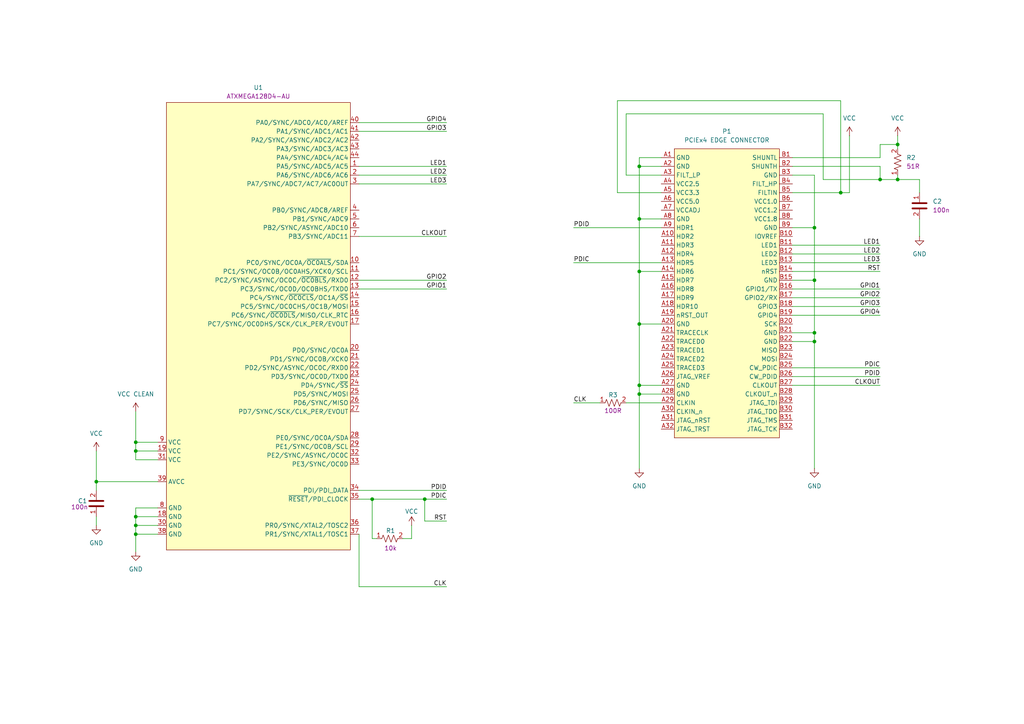
<source format=kicad_sch>
(kicad_sch (version 20231120) (generator "eeschema") (generator_version "8.0")
  (paper "A4")
  (lib_symbols
    (symbol "0603_Yageo_Res:RES_100R_0603"
      (property "Reference" "R" (at -20.32 5.08 0))
      (property "Display Value" "100R" (at 15.24 5.08 0))
      (symbol "RES_100R_0603_0_1"
        (polyline (pts (xy -2.286 0) (xy -2.54 0)))
        (polyline (pts (xy 2.286 0) (xy 2.54 0)))
        (polyline (pts (xy -2.286 0) (xy -1.905 1.016) (xy -1.524 0) (xy -1.143 -1.016) (xy -0.762 0)))
        (polyline (pts (xy -0.762 0) (xy -0.381 1.016) (xy 0 0) (xy 0.381 -1.016) (xy 0.762 0)))
        (polyline (pts (xy 0.762 0) (xy 1.143 1.016) (xy 1.524 0) (xy 1.905 -1.016) (xy 2.286 0)))
      )
      (symbol "RES_100R_0603_1_1"
        (pin passive line (at -3.81 0 0) (length 1.27) (name "~") (number "1"))
        (pin passive line (at 3.81 0 180) (length 1.27) (name "~") (number "2"))
      )
    )
    (symbol "0603_Yageo_Res:RES_10k_0603"
      (property "Reference" "R" (at -20.32 5.08 0))
      (property "Display Value" "10k" (at 15.24 5.08 0))
      (symbol "RES_10k_0603_0_1"
        (polyline (pts (xy -2.286 0) (xy -2.54 0)))
        (polyline (pts (xy 2.286 0) (xy 2.54 0)))
        (polyline (pts (xy -2.286 0) (xy -1.905 1.016) (xy -1.524 0) (xy -1.143 -1.016) (xy -0.762 0)))
        (polyline (pts (xy -0.762 0) (xy -0.381 1.016) (xy 0 0) (xy 0.381 -1.016) (xy 0.762 0)))
        (polyline (pts (xy 0.762 0) (xy 1.143 1.016) (xy 1.524 0) (xy 1.905 -1.016) (xy 2.286 0)))
      )
      (symbol "RES_10k_0603_1_1"
        (pin passive line (at -3.81 0 0) (length 1.27) (name "~") (number "1"))
        (pin passive line (at 3.81 0 180) (length 1.27) (name "~") (number "2"))
      )
    )
    (symbol "0603_Yageo_Res:RES_51R_0603"
      (property "Reference" "R" (at -20.32 5.08 0))
      (property "Display Value" "51R" (at 15.24 5.08 0))
      (symbol "RES_51R_0603_0_1"
        (polyline (pts (xy -2.286 0) (xy -2.54 0)))
        (polyline (pts (xy 2.286 0) (xy 2.54 0)))
        (polyline (pts (xy -2.286 0) (xy -1.905 1.016) (xy -1.524 0) (xy -1.143 -1.016) (xy -0.762 0)))
        (polyline (pts (xy -0.762 0) (xy -0.381 1.016) (xy 0 0) (xy 0.381 -1.016) (xy 0.762 0)))
        (polyline (pts (xy 0.762 0) (xy 1.143 1.016) (xy 1.524 0) (xy 1.905 -1.016) (xy 2.286 0)))
      )
      (symbol "RES_51R_0603_1_1"
        (pin passive line (at -3.81 0 0) (length 1.27) (name "~") (number "1"))
        (pin passive line (at 3.81 0 180) (length 1.27) (name "~") (number "2"))
      )
    )
    (symbol "nae_caps:CAP_100n_6.3V_0603"
      (property "Reference" "C" (at -20.32 5.08 0))
      (property "Display Value" "100n" (at 15.24 5.08 0))
      (symbol "CAP_100n_6.3V_0603_0_1"
        (polyline (pts (xy -0.762 -2.032) (xy -0.762 2.032)) (stroke (width 0.508)))
        (polyline (pts (xy 0.762 -2.032) (xy 0.762 2.032)) (stroke (width 0.508)))
      )
      (symbol "CAP_100n_6.3V_0603_1_1"
        (pin passive line (at -3.81 0 0) (length 2.794) (name "~") (number "1"))
        (pin passive line (at 3.81 0 180) (length 2.794) (name "~") (number "2"))
      )
    )
    (symbol "power:GND" (power) (pin_numbers hide) (pin_names (offset 0) hide)
      (property "Value" "GND" (at 0 -3.81 0))
      (symbol "GND_0_1"
        (polyline (pts (xy 0 0) (xy 0 -1.27) (xy 1.27 -1.27) (xy 0 -2.54) (xy -1.27 -1.27) (xy 0 -1.27)))
      )
      (symbol "GND_1_1"
        (pin power_in line (at 0 0 270) (length 0) (name "~") (number "1"))
      )
    )
    (symbol "power:VCC" (power) (pin_numbers hide) (pin_names (offset 0) hide)
      (property "Value" "VCC" (at 0 3.556 0))
      (symbol "VCC_0_1"
        (polyline (pts (xy -0.762 1.27) (xy 0 2.54)))
        (polyline (pts (xy 0 0) (xy 0 2.54)))
        (polyline (pts (xy 0 2.54) (xy 0.762 1.27)))
      )
      (symbol "VCC_1_1"
        (pin power_in line (at 0 0 90) (length 0) (name "~") (number "1"))
      )
    )
    (symbol "tutorial_2_library:ATXMEGA128D4-AU"
      (property "Reference" "U" (at -25.908 7.112 0))
      (property "Display Value" "ATXMEGA128D4-AU" (at -17.78 -125.984 0))
      (symbol "ATXMEGA128D4-AU_1_1"
        (rectangle (start -26.67 5.842) (end 26.67 -123.952) (fill (type background)))
        (pin unspecified line (at 29.21 -12.7 180) (length 2.54) (name "PA5/SYNC/ADC5/AC5") (number "1"))
        (pin unspecified line (at 29.21 -40.64 180) (length 2.54) (name "PC0/SYNC/OC0A/~{OC0ALS}/SDA") (number "10"))
        (pin unspecified line (at 29.21 -43.18 180) (length 2.54) (name "PC1/SYNC/OC0B/OC0AHS/XCK0/SCL") (number "11"))
        (pin unspecified line (at 29.21 -45.72 180) (length 2.54) (name "PC2/SYNC/ASYNC/OC0C/~{OC0BLS}/RXD0") (number "12"))
        (pin unspecified line (at 29.21 -48.26 180) (length 2.54) (name "PC3/SYNC/OC0D/OC0BHS/TXD0") (number "13"))
        (pin unspecified line (at 29.21 -50.8 180) (length 2.54) (name "PC4/SYNC/~{OC0CLS}/OC1A/~{SS}") (number "14"))
        (pin unspecified line (at 29.21 -53.34 180) (length 2.54) (name "PC5/SYNC/OC0CHS/OC1B/MOSI") (number "15"))
        (pin unspecified line (at 29.21 -55.88 180) (length 2.54) (name "PC6/SYNC/~{OC0DLS}/MISO/CLK_RTC") (number "16"))
        (pin unspecified line (at 29.21 -58.42 180) (length 2.54) (name "PC7/SYNC/OC0DHS/SCK/CLK_PER/EVOUT") (number "17"))
        (pin unspecified line (at -29.21 -114.3 0) (length 2.54) (name "GND") (number "18"))
        (pin unspecified line (at -29.21 -95.25 0) (length 2.54) (name "VCC") (number "19"))
        (pin unspecified line (at 29.21 -15.24 180) (length 2.54) (name "PA6/SYNC/ADC6/AC6") (number "2"))
        (pin unspecified line (at 29.21 -66.04 180) (length 2.54) (name "PD0/SYNC/OC0A") (number "20"))
        (pin unspecified line (at 29.21 -68.58 180) (length 2.54) (name "PD1/SYNC/OC0B/XCK0") (number "21"))
        (pin unspecified line (at 29.21 -71.12 180) (length 2.54) (name "PD2/SYNC/ASYNC/OC0C/RXD0") (number "22"))
        (pin unspecified line (at 29.21 -73.66 180) (length 2.54) (name "PD3/SYNC/OC0D/TXD0") (number "23"))
        (pin unspecified line (at 29.21 -76.2 180) (length 2.54) (name "PD4/SYNC/~{SS}") (number "24"))
        (pin unspecified line (at 29.21 -78.74 180) (length 2.54) (name "PD5/SYNC/MOSI") (number "25"))
        (pin unspecified line (at 29.21 -81.28 180) (length 2.54) (name "PD6/SYNC/MISO") (number "26"))
        (pin unspecified line (at 29.21 -83.82 180) (length 2.54) (name "PD7/SYNC/SCK/CLK_PER/EVOUT") (number "27"))
        (pin unspecified line (at 29.21 -91.44 180) (length 2.54) (name "PE0/SYNC/OC0A/SDA") (number "28"))
        (pin unspecified line (at 29.21 -93.98 180) (length 2.54) (name "PE1/SYNC/OC0B/SCL") (number "29"))
        (pin unspecified line (at 29.21 -17.78 180) (length 2.54) (name "PA7/SYNC/ADC7/AC7/AC0OUT") (number "3"))
        (pin unspecified line (at -29.21 -116.84 0) (length 2.54) (name "GND") (number "30"))
        (pin unspecified line (at -29.21 -97.79 0) (length 2.54) (name "VCC") (number "31"))
        (pin unspecified line (at 29.21 -96.52 180) (length 2.54) (name "PE2/SYNC/ASYNC/OC0C") (number "32"))
        (pin unspecified line (at 29.21 -99.06 180) (length 2.54) (name "PE3/SYNC/OC0D") (number "33"))
        (pin unspecified line (at 29.21 -106.68 180) (length 2.54) (name "PDI/PDI_DATA") (number "34"))
        (pin unspecified line (at 29.21 -109.22 180) (length 2.54) (name "~{RESET}/PDI_CLOCK") (number "35"))
        (pin unspecified line (at 29.21 -116.84 180) (length 2.54) (name "PR0/SYNC/XTAL2/TOSC2") (number "36"))
        (pin unspecified line (at 29.21 -119.38 180) (length 2.54) (name "PR1/SYNC/XTAL1/TOSC1") (number "37"))
        (pin unspecified line (at -29.21 -119.38 0) (length 2.54) (name "GND") (number "38"))
        (pin unspecified line (at -29.21 -104.14 0) (length 2.54) (name "AVCC") (number "39"))
        (pin unspecified line (at 29.21 -25.4 180) (length 2.54) (name "PB0/SYNC/ADC8/AREF") (number "4"))
        (pin unspecified line (at 29.21 0 180) (length 2.54) (name "PA0/SYNC/ADC0/AC0/AREF") (number "40"))
        (pin unspecified line (at 29.21 -2.54 180) (length 2.54) (name "PA1/SYNC/ADC1/AC1") (number "41"))
        (pin unspecified line (at 29.21 -5.08 180) (length 2.54) (name "PA2/SYNC/ASYNC/ADC2/AC2") (number "42"))
        (pin unspecified line (at 29.21 -7.62 180) (length 2.54) (name "PA3/SYNC/ADC3/AC3") (number "43"))
        (pin unspecified line (at 29.21 -10.16 180) (length 2.54) (name "PA4/SYNC/ADC4/AC4") (number "44"))
        (pin unspecified line (at 29.21 -27.94 180) (length 2.54) (name "PB1/SYNC/ADC9") (number "5"))
        (pin unspecified line (at 29.21 -30.48 180) (length 2.54) (name "PB2/SYNC/ASYNC/ADC10") (number "6"))
        (pin unspecified line (at 29.21 -33.02 180) (length 2.54) (name "PB3/SYNC/ADC11") (number "7"))
        (pin unspecified line (at -29.21 -111.76 0) (length 2.54) (name "GND") (number "8"))
        (pin unspecified line (at -29.21 -92.71 0) (length 2.54) (name "VCC") (number "9"))
      )
    )
    (symbol "tutorial_2_library:CW312T-Template" (in_bom no)
      (property "Reference" "P" (at -15.24 3.81 0))
      (property "Value" "PCIEx4 EDGE CONNECTOR " (at 3.81 3.81 0))
      (symbol "CW312T-Template_1_1"
        (rectangle (start -15.24 2.54) (end 15.24 -81.28) (fill (type background)))
        (pin unspecified line (at -19.05 0 0) (length 3.81) (name "GND") (number "A1"))
        (pin unspecified line (at -19.05 -22.86 0) (length 3.81) (name "HDR2") (number "A10"))
        (pin unspecified line (at -19.05 -25.4 0) (length 3.81) (name "HDR3") (number "A11"))
        (pin unspecified line (at -19.05 -27.94 0) (length 3.81) (name "HDR4") (number "A12"))
        (pin unspecified line (at -19.05 -30.48 0) (length 3.81) (name "HDR5") (number "A13"))
        (pin unspecified line (at -19.05 -33.02 0) (length 3.81) (name "HDR6") (number "A14"))
        (pin unspecified line (at -19.05 -35.56 0) (length 3.81) (name "HDR7") (number "A15"))
        (pin unspecified line (at -19.05 -38.1 0) (length 3.81) (name "HDR8") (number "A16"))
        (pin unspecified line (at -19.05 -40.64 0) (length 3.81) (name "HDR9") (number "A17"))
        (pin unspecified line (at -19.05 -43.18 0) (length 3.81) (name "HDR10") (number "A18"))
        (pin unspecified line (at -19.05 -45.72 0) (length 3.81) (name "nRST_OUT") (number "A19"))
        (pin unspecified line (at -19.05 -2.54 0) (length 3.81) (name "GND") (number "A2"))
        (pin unspecified line (at -19.05 -48.26 0) (length 3.81) (name "GND") (number "A20"))
        (pin unspecified line (at -19.05 -50.8 0) (length 3.81) (name "TRACECLK") (number "A21"))
        (pin unspecified line (at -19.05 -53.34 0) (length 3.81) (name "TRACED0") (number "A22"))
        (pin unspecified line (at -19.05 -55.88 0) (length 3.81) (name "TRACED1") (number "A23"))
        (pin unspecified line (at -19.05 -58.42 0) (length 3.81) (name "TRACED2") (number "A24"))
        (pin unspecified line (at -19.05 -60.96 0) (length 3.81) (name "TRACED3") (number "A25"))
        (pin unspecified line (at -19.05 -63.5 0) (length 3.81) (name "JTAG_VREF") (number "A26"))
        (pin unspecified line (at -19.05 -66.04 0) (length 3.81) (name "GND") (number "A27"))
        (pin unspecified line (at -19.05 -68.58 0) (length 3.81) (name "GND") (number "A28"))
        (pin unspecified line (at -19.05 -71.12 0) (length 3.81) (name "CLKIN") (number "A29"))
        (pin unspecified line (at -19.05 -5.08 0) (length 3.81) (name "FILT_LP") (number "A3"))
        (pin unspecified line (at -19.05 -73.66 0) (length 3.81) (name "CLKIN_n") (number "A30"))
        (pin unspecified line (at -19.05 -76.2 0) (length 3.81) (name "JTAG_nRST") (number "A31"))
        (pin unspecified line (at -19.05 -78.74 0) (length 3.81) (name "JTAG_TRST") (number "A32"))
        (pin unspecified line (at -19.05 -7.62 0) (length 3.81) (name "VCC2.5") (number "A4"))
        (pin unspecified line (at -19.05 -10.16 0) (length 3.81) (name "VCC3.3") (number "A5"))
        (pin unspecified line (at -19.05 -12.7 0) (length 3.81) (name "VCC5.0") (number "A6"))
        (pin unspecified line (at -19.05 -15.24 0) (length 3.81) (name "VCCADJ") (number "A7"))
        (pin unspecified line (at -19.05 -17.78 0) (length 3.81) (name "GND") (number "A8"))
        (pin unspecified line (at -19.05 -20.32 0) (length 3.81) (name "HDR1") (number "A9"))
        (pin unspecified line (at 19.05 0 180) (length 3.81) (name "SHUNTL") (number "B1"))
        (pin unspecified line (at 19.05 -22.86 180) (length 3.81) (name "IOVREF") (number "B10"))
        (pin unspecified line (at 19.05 -25.4 180) (length 3.81) (name "LED1") (number "B11"))
        (pin unspecified line (at 19.05 -27.94 180) (length 3.81) (name "LED2") (number "B12"))
        (pin unspecified line (at 19.05 -30.48 180) (length 3.81) (name "LED3") (number "B13"))
        (pin unspecified line (at 19.05 -33.02 180) (length 3.81) (name "nRST") (number "B14"))
        (pin unspecified line (at 19.05 -35.56 180) (length 3.81) (name "GND") (number "B15"))
        (pin unspecified line (at 19.05 -38.1 180) (length 3.81) (name "GPIO1/TX") (number "B16"))
        (pin unspecified line (at 19.05 -40.64 180) (length 3.81) (name "GPIO2/RX") (number "B17"))
        (pin unspecified line (at 19.05 -43.18 180) (length 3.81) (name "GPIO3") (number "B18"))
        (pin unspecified line (at 19.05 -45.72 180) (length 3.81) (name "GPIO4") (number "B19"))
        (pin unspecified line (at 19.05 -2.54 180) (length 3.81) (name "SHUNTH") (number "B2"))
        (pin unspecified line (at 19.05 -48.26 180) (length 3.81) (name "SCK") (number "B20"))
        (pin unspecified line (at 19.05 -50.8 180) (length 3.81) (name "GND") (number "B21"))
        (pin unspecified line (at 19.05 -53.34 180) (length 3.81) (name "GND") (number "B22"))
        (pin unspecified line (at 19.05 -55.88 180) (length 3.81) (name "MISO") (number "B23"))
        (pin unspecified line (at 19.05 -58.42 180) (length 3.81) (name "MOSI") (number "B24"))
        (pin unspecified line (at 19.05 -60.96 180) (length 3.81) (name "CW_PDIC") (number "B25"))
        (pin unspecified line (at 19.05 -63.5 180) (length 3.81) (name "CW_PDID") (number "B26"))
        (pin unspecified line (at 19.05 -66.04 180) (length 3.81) (name "CLKOUT") (number "B27"))
        (pin unspecified line (at 19.05 -68.58 180) (length 3.81) (name "CLKOUT_n") (number "B28"))
        (pin unspecified line (at 19.05 -71.12 180) (length 3.81) (name "JTAG_TDI") (number "B29"))
        (pin unspecified line (at 19.05 -5.08 180) (length 3.81) (name "GND") (number "B3"))
        (pin unspecified line (at 19.05 -73.66 180) (length 3.81) (name "JTAG_TDO") (number "B30"))
        (pin unspecified line (at 19.05 -76.2 180) (length 3.81) (name "JTAG_TMS") (number "B31"))
        (pin unspecified line (at 19.05 -78.74 180) (length 3.81) (name "JTAG_TCK") (number "B32"))
        (pin unspecified line (at 19.05 -7.62 180) (length 3.81) (name "FILT_HP") (number "B4"))
        (pin unspecified line (at 19.05 -10.16 180) (length 3.81) (name "FILTIN") (number "B5"))
        (pin unspecified line (at 19.05 -12.7 180) (length 3.81) (name "VCC1.0") (number "B6"))
        (pin unspecified line (at 19.05 -15.24 180) (length 3.81) (name "VCC1.2") (number "B7"))
        (pin unspecified line (at 19.05 -17.78 180) (length 3.81) (name "VCC1.8") (number "B8"))
        (pin unspecified line (at 19.05 -20.32 180) (length 3.81) (name "GND") (number "B9"))
      )
    )
  )
  (junction (at 39.37 128.27))
  (junction (at 185.42 111.76))
  (junction (at 260.35 52.07))
  (junction (at 236.22 99.06))
  (junction (at 236.22 96.52))
  (junction (at 255.27 52.07))
  (junction (at 185.42 48.26))
  (junction (at 243.84 55.88))
  (junction (at 27.94 139.7))
  (junction (at 123.19 144.78))
  (junction (at 185.42 93.98))
  (junction (at 236.22 81.28))
  (junction (at 107.95 144.78))
  (junction (at 185.42 114.3))
  (junction (at 185.42 78.74))
  (junction (at 185.42 63.5))
  (junction (at 39.37 149.86))
  (junction (at 236.22 66.04))
  (junction (at 39.37 130.81))
  (junction (at 39.37 152.4))
  (junction (at 260.35 41.91))
  (junction (at 39.37 154.94))
  (wire (pts (xy 191.77 93.98) (xy 185.42 93.98)))
  (wire (pts (xy 104.14 81.28) (xy 129.54 81.28)))
  (wire (pts (xy 104.14 38.1) (xy 129.54 38.1)))
  (wire (pts (xy 104.14 50.8) (xy 129.54 50.8)))
  (wire (pts (xy 191.77 111.76) (xy 185.42 111.76)))
  (wire (pts (xy 45.72 149.86) (xy 39.37 149.86)))
  (wire (pts (xy 229.87 76.2) (xy 255.27 76.2)))
  (wire (pts (xy 236.22 50.8) (xy 229.87 50.8)))
  (wire (pts (xy 229.87 55.88) (xy 243.84 55.88)))
  (wire (pts (xy 119.38 152.4) (xy 119.38 156.21)))
  (wire (pts (xy 229.87 45.72) (xy 255.27 45.72)))
  (wire (pts (xy 243.84 55.88) (xy 246.38 55.88)))
  (wire (pts (xy 107.95 144.78) (xy 107.95 156.21)))
  (wire (pts (xy 39.37 152.4) (xy 39.37 154.94)))
  (wire (pts (xy 185.42 45.72) (xy 185.42 48.26)))
  (wire (pts (xy 185.42 78.74) (xy 185.42 93.98)))
  (wire (pts (xy 229.87 78.74) (xy 255.27 78.74)))
  (wire (pts (xy 246.38 39.37) (xy 246.38 55.88)))
  (wire (pts (xy 255.27 41.91) (xy 260.35 41.91)))
  (wire (pts (xy 181.61 50.8) (xy 191.77 50.8)))
  (wire (pts (xy 185.42 48.26) (xy 185.42 63.5)))
  (wire (pts (xy 104.14 68.58) (xy 129.54 68.58)))
  (wire (pts (xy 229.87 73.66) (xy 255.27 73.66)))
  (wire (pts (xy 166.37 66.04) (xy 191.77 66.04)))
  (wire (pts (xy 27.94 149.86) (xy 27.94 152.4)))
  (wire (pts (xy 104.14 170.18) (xy 129.54 170.18)))
  (wire (pts (xy 266.7 63.5) (xy 266.7 68.58)))
  (wire (pts (xy 109.22 156.21) (xy 107.95 156.21)))
  (wire (pts (xy 104.14 83.82) (xy 129.54 83.82)))
  (wire (pts (xy 181.61 50.8) (xy 181.61 33.02)))
  (wire (pts (xy 179.07 29.21) (xy 243.84 29.21)))
  (wire (pts (xy 260.35 52.07) (xy 260.35 50.8)))
  (wire (pts (xy 27.94 139.7) (xy 27.94 142.24)))
  (wire (pts (xy 104.14 142.24) (xy 129.54 142.24)))
  (wire (pts (xy 229.87 111.76) (xy 255.27 111.76)))
  (wire (pts (xy 104.14 170.18) (xy 104.14 154.94)))
  (wire (pts (xy 236.22 99.06) (xy 229.87 99.06)))
  (wire (pts (xy 123.19 144.78) (xy 123.19 151.13)))
  (wire (pts (xy 181.61 116.84) (xy 191.77 116.84)))
  (wire (pts (xy 45.72 154.94) (xy 39.37 154.94)))
  (wire (pts (xy 185.42 78.74) (xy 191.77 78.74)))
  (wire (pts (xy 236.22 66.04) (xy 229.87 66.04)))
  (wire (pts (xy 27.94 130.81) (xy 27.94 139.7)))
  (wire (pts (xy 39.37 149.86) (xy 39.37 152.4)))
  (wire (pts (xy 229.87 106.68) (xy 255.27 106.68)))
  (wire (pts (xy 260.35 41.91) (xy 260.35 43.18)))
  (wire (pts (xy 39.37 130.81) (xy 45.72 130.81)))
  (wire (pts (xy 191.77 48.26) (xy 185.42 48.26)))
  (wire (pts (xy 39.37 119.38) (xy 39.37 128.27)))
  (wire (pts (xy 236.22 81.28) (xy 229.87 81.28)))
  (wire (pts (xy 191.77 114.3) (xy 185.42 114.3)))
  (wire (pts (xy 185.42 114.3) (xy 185.42 135.89)))
  (wire (pts (xy 255.27 48.26) (xy 255.27 52.07)))
  (wire (pts (xy 104.14 53.34) (xy 129.54 53.34)))
  (wire (pts (xy 39.37 128.27) (xy 39.37 130.81)))
  (wire (pts (xy 116.84 156.21) (xy 119.38 156.21)))
  (wire (pts (xy 238.76 52.07) (xy 255.27 52.07)))
  (wire (pts (xy 39.37 130.81) (xy 39.37 133.35)))
  (wire (pts (xy 229.87 88.9) (xy 255.27 88.9)))
  (wire (pts (xy 185.42 63.5) (xy 185.42 78.74)))
  (wire (pts (xy 236.22 81.28) (xy 236.22 96.52)))
  (wire (pts (xy 255.27 52.07) (xy 260.35 52.07)))
  (wire (pts (xy 260.35 39.37) (xy 260.35 41.91)))
  (wire (pts (xy 260.35 52.07) (xy 266.7 52.07)))
  (wire (pts (xy 191.77 63.5) (xy 185.42 63.5)))
  (wire (pts (xy 229.87 86.36) (xy 255.27 86.36)))
  (wire (pts (xy 236.22 50.8) (xy 236.22 66.04)))
  (wire (pts (xy 185.42 111.76) (xy 185.42 114.3)))
  (wire (pts (xy 166.37 76.2) (xy 191.77 76.2)))
  (wire (pts (xy 104.14 48.26) (xy 129.54 48.26)))
  (wire (pts (xy 45.72 152.4) (xy 39.37 152.4)))
  (wire (pts (xy 185.42 93.98) (xy 185.42 111.76)))
  (wire (pts (xy 104.14 35.56) (xy 129.54 35.56)))
  (wire (pts (xy 104.14 144.78) (xy 107.95 144.78)))
  (wire (pts (xy 123.19 144.78) (xy 129.54 144.78)))
  (wire (pts (xy 123.19 151.13) (xy 129.54 151.13)))
  (wire (pts (xy 236.22 96.52) (xy 236.22 99.06)))
  (wire (pts (xy 255.27 45.72) (xy 255.27 41.91)))
  (wire (pts (xy 39.37 147.32) (xy 39.37 149.86)))
  (wire (pts (xy 236.22 99.06) (xy 236.22 135.89)))
  (wire (pts (xy 229.87 71.12) (xy 255.27 71.12)))
  (wire (pts (xy 229.87 91.44) (xy 255.27 91.44)))
  (wire (pts (xy 236.22 96.52) (xy 229.87 96.52)))
  (wire (pts (xy 238.76 33.02) (xy 238.76 52.07)))
  (wire (pts (xy 107.95 144.78) (xy 123.19 144.78)))
  (wire (pts (xy 166.37 116.84) (xy 173.99 116.84)))
  (wire (pts (xy 39.37 154.94) (xy 39.37 160.02)))
  (wire (pts (xy 229.87 48.26) (xy 255.27 48.26)))
  (wire (pts (xy 229.87 109.22) (xy 255.27 109.22)))
  (wire (pts (xy 45.72 133.35) (xy 39.37 133.35)))
  (wire (pts (xy 236.22 66.04) (xy 236.22 81.28)))
  (wire (pts (xy 229.87 83.82) (xy 255.27 83.82)))
  (wire (pts (xy 243.84 29.21) (xy 243.84 55.88)))
  (wire (pts (xy 39.37 128.27) (xy 45.72 128.27)))
  (wire (pts (xy 181.61 33.02) (xy 238.76 33.02)))
  (wire (pts (xy 27.94 139.7) (xy 45.72 139.7)))
  (wire (pts (xy 266.7 52.07) (xy 266.7 55.88)))
  (wire (pts (xy 179.07 55.88) (xy 179.07 29.21)))
  (wire (pts (xy 179.07 55.88) (xy 191.77 55.88)))
  (wire (pts (xy 45.72 147.32) (xy 39.37 147.32)))
  (wire (pts (xy 191.77 45.72) (xy 185.42 45.72)))
  (label "RST" (at 129.54 151.13 180))
  (label "LED1" (at 129.54 48.26 180))
  (label "GPIO3" (at 129.54 38.1 180))
  (label "CLK" (at 129.54 170.18 180))
  (label "CLK" (at 166.37 116.84 0))
  (label "PDIC" (at 255.27 106.68 180))
  (label "GPIO1" (at 129.54 83.82 180))
  (label "PDIC" (at 129.54 144.78 180))
  (label "GPIO1" (at 255.27 83.82 180))
  (label "PDID" (at 255.27 109.22 180))
  (label "GPIO2" (at 129.54 81.28 180))
  (label "PDIC" (at 166.37 76.2 0))
  (label "GPIO4" (at 129.54 35.56 180))
  (label "PDID" (at 129.54 142.24 180))
  (label "GPIO4" (at 255.27 91.44 180))
  (label "LED1" (at 255.27 71.12 180))
  (label "RST" (at 255.27 78.74 180))
  (label "LED3" (at 255.27 76.2 180))
  (label "CLKOUT" (at 255.27 111.76 180))
  (label "PDID" (at 166.37 66.04 0))
  (label "GPIO2" (at 255.27 86.36 180))
  (label "CLKOUT" (at 129.54 68.58 180))
  (label "LED2" (at 255.27 73.66 180))
  (label "LED2" (at 129.54 50.8 180))
  (label "GPIO3" (at 255.27 88.9 180))
  (label "LED3" (at 129.54 53.34 180))
  (symbol (lib_id "power:GND") (at 185.42 135.89 0) (unit 1)
    (property "Reference" "#PWR06" (effects (hide yes)))
    (property "Value" "GND" (at 185.42 140.97 0))
    (property "Description" "Power symbol creates a global label with name \"GND\" , ground" (effects (hide yes)))
  )
  (symbol (lib_id "power:VCC") (at 260.35 39.37 0) (unit 1)
    (property "Reference" "#PWR08" (effects (hide yes)))
    (property "Value" "VCC" (at 260.35 34.29 0))
    (property "Description" "Power symbol creates a global label with name \"VCC\"" (effects (hide yes)))
  )
  (symbol (lib_id "power:VCC") (at 246.38 39.37 0) (unit 1)
    (property "Reference" "#PWR09" (effects (hide yes)))
    (property "Value" "VCC" (at 246.38 34.29 0))
    (property "Description" "Power symbol creates a global label with name \"VCC\"" (effects (hide yes)))
  )
  (symbol (lib_id "power:GND") (at 266.7 68.58 0) (unit 1)
    (property "Reference" "#PWR010" (effects (hide yes)))
    (property "Value" "GND" (at 266.7 73.66 0))
    (property "Description" "Power symbol creates a global label with name \"GND\" , ground" (effects (hide yes)))
  )
  (symbol (lib_id "power:VCC") (at 39.37 119.38 0) (unit 1)
    (property "Reference" "#PWR02" (effects (hide yes)))
    (property "Value" "VCC CLEAN" (at 39.37 114.3 0))
    (property "Description" "Power symbol creates a global label with name \"VCC\"" (effects (hide yes)))
  )
  (symbol (lib_id "nae_caps:CAP_100n_6.3V_0603") (at 266.7 59.69 270) (unit 1)
    (property "Reference" "C2" (at 270.51 58.4199 90) (effects (justify left)))
    (property "Value" "CAP_100n_6.3V_0603" (effects (hide yes)))
    (property "Footprint" "Capacitor_SMD:C_0603_1608Metric" (effects (hide yes)))
    (property "Datasheet" "https://www.yageo.com/upload/media/product/productsearch/datasheet/mlcc/UPY-GPHC_X7R_6.3V-to-250V_24.pdf" (effects (hide yes)))
    (property "Description" "CAP CER 0.1UF 6.3V X7R 0603" (effects (hide yes)))
    (property "Display Value" "100n" (at 270.51 60.9599 90) (effects (justify left)))
    (property "Manufacturer" "YAGEO" (effects (hide yes)))
    (property "Manufacturer Part Number" "CC0603KRX7R5BB104" (effects (hide yes)))
    (property "Supplier 1" "DigiKey" (effects (hide yes)))
    (property "Supplier 1 Part Number" "13-CC0603KRX7R5BB104CT-ND" (effects (hide yes)))
    (property "Supplier 2" "no_data" (effects (hide yes)))
    (property "Supplier 2 Part Number" "no_data" (effects (hide yes)))
  )
  (symbol (lib_id "power:VCC") (at 119.38 152.4 0) (unit 1)
    (property "Reference" "#PWR05" (effects (hide yes)))
    (property "Value" "VCC" (at 119.38 148.336 0))
    (property "Description" "Power symbol creates a global label with name \"VCC\"" (effects (hide yes)))
  )
  (symbol (lib_id "tutorial_2_library:CW312T-Template") (at 210.82 45.72 0) (unit 1) (in_bom no)
    (property "Reference" "P1" (at 210.82 38.1 0))
    (property "Value" "PCIEx4 EDGE CONNECTOR" (at 210.82 40.64 0))
    (property "Footprint" "tutorial_2_library:CW312_Template" (effects (hide yes)))
    (property "Description" "BOARD AND EDGE CONNECTOR TEMPLATE FOR CW312 TARGETS" (effects (hide yes)))
  )
  (symbol (lib_id "tutorial_2_library:ATXMEGA128D4-AU") (at 74.93 35.56 0) (unit 1)
    (property "Reference" "U1" (at 74.93 25.4 0))
    (property "Value" "ATXMEGA128D4-AU" (effects (hide yes)))
    (property "Footprint" "Package_QFP:TQFP-64-1EP_10x10mm_P0.5mm_EP8x8mm" (effects (hide yes)))
    (property "Datasheet" "https://ww1.microchip.com/downloads/en/DeviceDoc/Atmel-8135-8-and-16-bit-AVR-microcontroller-ATxmega16D4-32D4-64D4-128D4_datasheet.pdf" (effects (hide yes)))
    (property "Description" "IC MCU 8/16BIT 128KB FLSH 44TQFP" (effects (hide yes)))
    (property "Display Value" "ATXMEGA128D4-AU" (at 74.93 27.94 0))
    (property "Manufacturer" "Microchip Technology" (effects (hide yes)))
    (property "Manufacturer Part Number" "ATXMEGA128D4-AU" (effects (hide yes)))
    (property "Supplier 1" "DigiKey" (effects (hide yes)))
    (property "Supplier 1 Part Number" "ATXMEGA128D4-AU-ND" (effects (hide yes)))
  )
  (symbol (lib_id "0603_Yageo_Res:RES_51R_0603") (at 260.35 46.99 90) (unit 1)
    (property "Reference" "R2" (at 262.89 45.7199 90) (effects (justify right)))
    (property "Value" "RES_51R_0603" (effects (hide yes)))
    (property "Footprint" "Resistor_SMD:R_0603_1608Metric" (effects (hide yes)))
    (property "Datasheet" "https://www.yageo.com/upload/media/product/products/datasheet/rchip/PYu-RC_Group_51_RoHS_L_12.pdf" (effects (hide yes)))
    (property "Description" "RES 51 OHM 1% 1/10W 0603" (effects (hide yes)))
    (property "Display Value" "51R" (at 262.89 48.2599 90) (effects (justify right)))
    (property "Manufacturer" "YAGEO" (effects (hide yes)))
    (property "Manufacturer Part Number" "RC0603FR-0751RL" (effects (hide yes)))
    (property "Supplier 1" "DigiKey" (effects (hide yes)))
    (property "Supplier 1 Part Number" "311-51.0HRCT-ND" (effects (hide yes)))
    (property "Supplier 2" "no_data" (effects (hide yes)))
    (property "Supplier 2 Part Number" "no_data" (effects (hide yes)))
  )
  (symbol (lib_id "power:VCC") (at 27.94 130.81 0) (unit 1)
    (property "Reference" "#PWR03" (effects (hide yes)))
    (property "Value" "VCC" (at 27.94 125.73 0))
    (property "Description" "Power symbol creates a global label with name \"VCC\"" (effects (hide yes)))
  )
  (symbol (lib_id "0603_Yageo_Res:RES_100R_0603") (at 177.8 116.84 0) (unit 1)
    (property "Reference" "R3" (at 177.8 114.554 0))
    (property "Value" "RES_100R_0603" (effects (hide yes)))
    (property "Footprint" "Resistor_SMD:R_0603_1608Metric" (effects (hide yes)))
    (property "Datasheet" "https://www.yageo.com/upload/media/product/products/datasheet/rchip/PYu-RC_Group_51_RoHS_L_12.pdf" (effects (hide yes)))
    (property "Description" "RES 100 OHM 1% 1/10W 0603" (effects (hide yes)))
    (property "Display Value" "100R" (at 177.8 119.126 0))
    (property "Manufacturer" "YAGEO" (effects (hide yes)))
    (property "Manufacturer Part Number" "RC0603FR-07100RL" (effects (hide yes)))
    (property "Supplier 1" "DigiKey" (effects (hide yes)))
    (property "Supplier 1 Part Number" "311-100HRCT-ND" (effects (hide yes)))
    (property "Supplier 2" "no_data" (effects (hide yes)))
    (property "Supplier 2 Part Number" "no_data" (effects (hide yes)))
  )
  (symbol (lib_id "power:GND") (at 39.37 160.02 0) (unit 1)
    (property "Reference" "#PWR01" (effects (hide yes)))
    (property "Value" "GND" (at 39.37 165.1 0))
    (property "Description" "Power symbol creates a global label with name \"GND\" , ground" (effects (hide yes)))
  )
  (symbol (lib_id "nae_caps:CAP_100n_6.3V_0603") (at 27.94 146.05 90) (unit 1)
    (property "Reference" "C1" (at 22.606 145.288 90) (effects (justify right)))
    (property "Value" "CAP_100n_6.3V_0603" (effects (hide yes)))
    (property "Footprint" "Capacitor_SMD:C_0603_1608Metric" (effects (hide yes)))
    (property "Datasheet" "https://www.yageo.com/upload/media/product/productsearch/datasheet/mlcc/UPY-GPHC_X7R_6.3V-to-250V_24.pdf" (effects (hide yes)))
    (property "Description" "CAP CER 0.1UF 6.3V X7R 0603" (effects (hide yes)))
    (property "Display Value" "100n" (at 20.574 147.066 90) (effects (justify right)))
    (property "Manufacturer" "YAGEO" (effects (hide yes)))
    (property "Manufacturer Part Number" "CC0603KRX7R5BB104" (effects (hide yes)))
    (property "Supplier 1" "DigiKey" (effects (hide yes)))
    (property "Supplier 1 Part Number" "13-CC0603KRX7R5BB104CT-ND" (effects (hide yes)))
    (property "Supplier 2" "no_data" (effects (hide yes)))
    (property "Supplier 2 Part Number" "no_data" (effects (hide yes)))
  )
  (symbol (lib_id "0603_Yageo_Res:RES_10k_0603") (at 113.03 156.21 0) (unit 1)
    (property "Reference" "R1" (at 113.284 153.924 0))
    (property "Value" "RES_10k_0603" (effects (hide yes)))
    (property "Footprint" "Resistor_SMD:R_0603_1608Metric" (effects (hide yes)))
    (property "Datasheet" "https://www.yageo.com/upload/media/product/products/datasheet/rchip/PYu-RC_Group_51_RoHS_L_12.pdf" (effects (hide yes)))
    (property "Description" "RES 10K OHM 1% 1/10W 0603" (effects (hide yes)))
    (property "Display Value" "10k" (at 113.284 159.004 0))
    (property "Manufacturer" "YAGEO" (effects (hide yes)))
    (property "Manufacturer Part Number" "RC0603FR-0710KL" (effects (hide yes)))
    (property "Supplier 1" "DigiKey" (effects (hide yes)))
    (property "Supplier 1 Part Number" "311-10.0KHRCT-ND" (effects (hide yes)))
    (property "Supplier 2" "no_data" (effects (hide yes)))
    (property "Supplier 2 Part Number" "no_data" (effects (hide yes)))
  )
  (symbol (lib_id "power:GND") (at 236.22 135.89 0) (unit 1)
    (property "Reference" "#PWR07" (effects (hide yes)))
    (property "Value" "GND" (at 236.22 140.97 0))
    (property "Description" "Power symbol creates a global label with name \"GND\" , ground" (effects (hide yes)))
  )
  (symbol (lib_id "power:GND") (at 27.94 152.4 0) (unit 1)
    (property "Reference" "#PWR04" (effects (hide yes)))
    (property "Value" "GND" (at 27.94 157.48 0))
    (property "Description" "Power symbol creates a global label with name \"GND\" , ground" (effects (hide yes)))
  )
)
</source>
